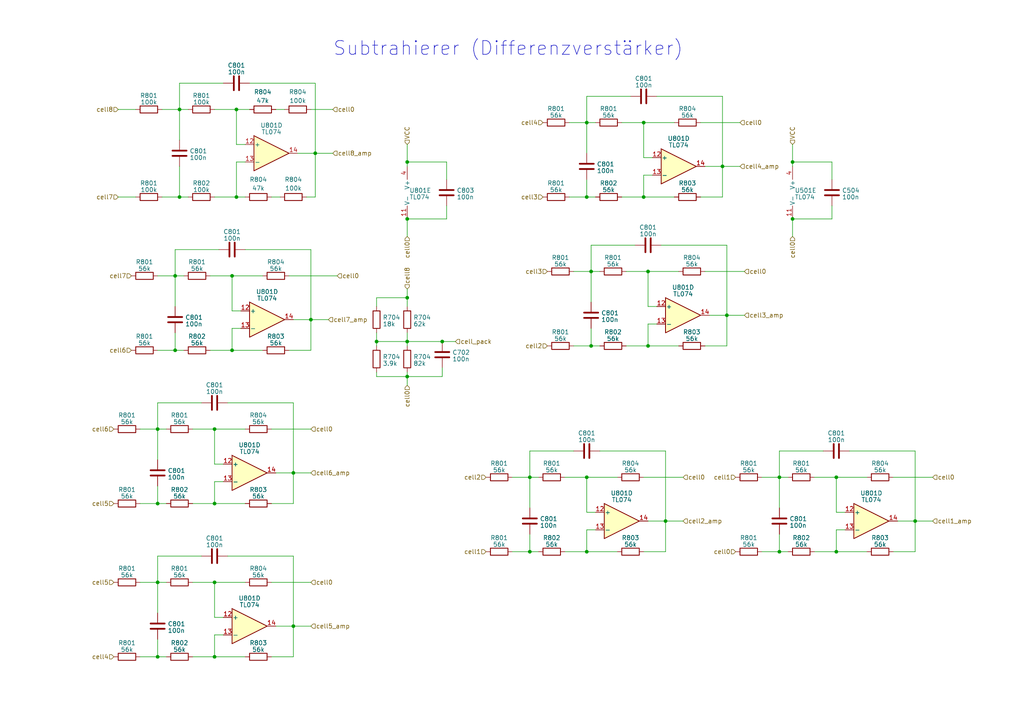
<source format=kicad_sch>
(kicad_sch (version 20230121) (generator eeschema)
  (paper "A4")
  (junction (at 45.72 146.05))
  (junction (at 153.67 160.02))
  (junction (at 153.67 138.43))
  (junction (at 226.06 138.43))
  (junction (at 45.72 168.91))
  (junction (at 45.72 124.46))
  (junction (at 109.22 99.06))
  (junction (at 210.82 91.44))
  (junction (at 118.11 86.36))
  (junction (at 186.69 35.56))
  (junction (at 242.57 138.43))
  (junction (at 85.09 181.61))
  (junction (at 62.23 124.46))
  (junction (at 91.44 44.45))
  (junction (at 67.31 80.01))
  (junction (at 90.17 92.71))
  (junction (at 45.72 190.5))
  (junction (at 226.06 160.02))
  (junction (at 265.43 151.13))
  (junction (at 50.8 101.6))
  (junction (at 170.18 160.02))
  (junction (at 52.07 31.75))
  (junction (at 186.69 57.15))
  (junction (at 52.07 57.15))
  (junction (at 62.23 190.5))
  (junction (at 118.11 46.99))
  (junction (at 187.96 78.74))
  (junction (at 229.87 63.5))
  (junction (at 187.96 100.33))
  (junction (at 193.04 151.13))
  (junction (at 171.45 78.74))
  (junction (at 85.09 137.16))
  (junction (at 242.57 160.02))
  (junction (at 118.11 63.5))
  (junction (at 170.18 138.43))
  (junction (at 171.45 100.33))
  (junction (at 118.11 109.22))
  (junction (at 68.58 57.15))
  (junction (at 67.31 101.6))
  (junction (at 50.8 80.01))
  (junction (at 68.58 31.75))
  (junction (at 170.18 57.15))
  (junction (at 118.11 99.06))
  (junction (at 170.18 35.56))
  (junction (at 209.55 48.26))
  (junction (at 229.87 46.99))
  (junction (at 128.27 99.06))
  (junction (at 62.23 146.05))
  (junction (at 62.23 168.91))
  (wire (pts (xy 67.31 101.6) (xy 76.2 101.6)))
  (wire (pts (xy 193.04 151.13) (xy 198.12 151.13)))
  (wire (pts (xy 50.8 96.52) (xy 50.8 101.6)))
  (wire (pts (xy 171.45 87.63) (xy 171.45 78.74)))
  (wire (pts (xy 45.72 80.01) (xy 50.8 80.01)))
  (wire (pts (xy 50.8 72.39) (xy 50.8 80.01)))
  (wire (pts (xy 50.8 80.01) (xy 53.34 80.01)))
  (wire (pts (xy 109.22 86.36) (xy 118.11 86.36)))
  (wire (pts (xy 184.15 71.12) (xy 171.45 71.12)))
  (wire (pts (xy 78.74 190.5) (xy 85.09 190.5)))
  (wire (pts (xy 170.18 138.43) (xy 170.18 148.59)))
  (wire (pts (xy 203.2 57.15) (xy 209.55 57.15)))
  (wire (pts (xy 181.61 78.74) (xy 187.96 78.74)))
  (wire (pts (xy 90.17 168.91) (xy 78.74 168.91)))
  (wire (pts (xy 85.09 190.5) (xy 85.09 181.61)))
  (wire (pts (xy 46.99 31.75) (xy 52.07 31.75)))
  (wire (pts (xy 220.98 160.02) (xy 226.06 160.02)))
  (wire (pts (xy 153.67 138.43) (xy 156.21 138.43)))
  (wire (pts (xy 52.07 57.15) (xy 54.61 57.15)))
  (wire (pts (xy 148.59 160.02) (xy 153.67 160.02)))
  (wire (pts (xy 186.69 35.56) (xy 195.58 35.56)))
  (wire (pts (xy 50.8 88.9) (xy 50.8 80.01)))
  (wire (pts (xy 191.77 71.12) (xy 210.82 71.12)))
  (wire (pts (xy 118.11 99.06) (xy 118.11 100.33)))
  (wire (pts (xy 171.45 78.74) (xy 173.99 78.74)))
  (wire (pts (xy 209.55 48.26) (xy 214.63 48.26)))
  (wire (pts (xy 83.82 80.01) (xy 97.79 80.01)))
  (wire (pts (xy 163.83 160.02) (xy 170.18 160.02)))
  (wire (pts (xy 242.57 148.59) (xy 245.11 148.59)))
  (wire (pts (xy 55.88 168.91) (xy 62.23 168.91)))
  (wire (pts (xy 46.99 57.15) (xy 52.07 57.15)))
  (wire (pts (xy 58.42 161.29) (xy 45.72 161.29)))
  (wire (pts (xy 83.82 101.6) (xy 90.17 101.6)))
  (wire (pts (xy 170.18 138.43) (xy 179.07 138.43)))
  (wire (pts (xy 66.04 161.29) (xy 85.09 161.29)))
  (wire (pts (xy 50.8 101.6) (xy 53.34 101.6)))
  (wire (pts (xy 182.88 27.94) (xy 170.18 27.94)))
  (wire (pts (xy 85.09 137.16) (xy 80.01 137.16)))
  (wire (pts (xy 45.72 168.91) (xy 48.26 168.91)))
  (wire (pts (xy 186.69 160.02) (xy 193.04 160.02)))
  (wire (pts (xy 91.44 44.45) (xy 86.36 44.45)))
  (wire (pts (xy 229.87 46.99) (xy 229.87 48.26)))
  (wire (pts (xy 62.23 168.91) (xy 71.12 168.91)))
  (wire (pts (xy 241.3 46.99) (xy 229.87 46.99)))
  (wire (pts (xy 265.43 151.13) (xy 270.51 151.13)))
  (wire (pts (xy 226.06 147.32) (xy 226.06 138.43)))
  (wire (pts (xy 90.17 101.6) (xy 90.17 92.71)))
  (wire (pts (xy 265.43 130.81) (xy 265.43 151.13)))
  (wire (pts (xy 45.72 124.46) (xy 48.26 124.46)))
  (wire (pts (xy 259.08 138.43) (xy 270.51 138.43)))
  (wire (pts (xy 172.72 153.67) (xy 170.18 153.67)))
  (wire (pts (xy 62.23 168.91) (xy 62.23 179.07)))
  (wire (pts (xy 62.23 124.46) (xy 71.12 124.46)))
  (wire (pts (xy 85.09 181.61) (xy 80.01 181.61)))
  (wire (pts (xy 85.09 146.05) (xy 85.09 137.16)))
  (wire (pts (xy 129.54 46.99) (xy 118.11 46.99)))
  (wire (pts (xy 210.82 91.44) (xy 215.9 91.44)))
  (wire (pts (xy 209.55 27.94) (xy 209.55 48.26)))
  (wire (pts (xy 118.11 96.52) (xy 118.11 99.06)))
  (wire (pts (xy 109.22 107.95) (xy 109.22 109.22)))
  (wire (pts (xy 45.72 177.8) (xy 45.72 168.91)))
  (wire (pts (xy 62.23 146.05) (xy 71.12 146.05)))
  (wire (pts (xy 214.63 35.56) (xy 203.2 35.56)))
  (wire (pts (xy 229.87 41.91) (xy 229.87 46.99)))
  (wire (pts (xy 55.88 146.05) (xy 62.23 146.05)))
  (wire (pts (xy 186.69 45.72) (xy 189.23 45.72)))
  (wire (pts (xy 215.9 78.74) (xy 204.47 78.74)))
  (wire (pts (xy 62.23 179.07) (xy 64.77 179.07)))
  (wire (pts (xy 96.52 31.75) (xy 90.17 31.75)))
  (wire (pts (xy 68.58 57.15) (xy 71.12 57.15)))
  (wire (pts (xy 187.96 88.9) (xy 190.5 88.9)))
  (wire (pts (xy 118.11 111.76) (xy 118.11 109.22)))
  (wire (pts (xy 242.57 138.43) (xy 242.57 148.59)))
  (wire (pts (xy 85.09 137.16) (xy 90.17 137.16)))
  (wire (pts (xy 34.29 31.75) (xy 39.37 31.75)))
  (wire (pts (xy 88.9 57.15) (xy 91.44 57.15)))
  (wire (pts (xy 153.67 147.32) (xy 153.67 138.43)))
  (wire (pts (xy 236.22 160.02) (xy 242.57 160.02)))
  (wire (pts (xy 58.42 116.84) (xy 45.72 116.84)))
  (wire (pts (xy 128.27 99.06) (xy 132.08 99.06)))
  (wire (pts (xy 170.18 27.94) (xy 170.18 35.56)))
  (wire (pts (xy 67.31 80.01) (xy 67.31 90.17)))
  (wire (pts (xy 165.1 35.56) (xy 170.18 35.56)))
  (wire (pts (xy 67.31 80.01) (xy 76.2 80.01)))
  (wire (pts (xy 45.72 161.29) (xy 45.72 168.91)))
  (wire (pts (xy 71.12 46.99) (xy 68.58 46.99)))
  (wire (pts (xy 170.18 148.59) (xy 172.72 148.59)))
  (wire (pts (xy 62.23 31.75) (xy 68.58 31.75)))
  (wire (pts (xy 170.18 35.56) (xy 172.72 35.56)))
  (wire (pts (xy 166.37 130.81) (xy 153.67 130.81)))
  (wire (pts (xy 68.58 41.91) (xy 71.12 41.91)))
  (wire (pts (xy 45.72 140.97) (xy 45.72 146.05)))
  (wire (pts (xy 68.58 31.75) (xy 68.58 41.91)))
  (wire (pts (xy 91.44 57.15) (xy 91.44 44.45)))
  (wire (pts (xy 241.3 59.69) (xy 241.3 63.5)))
  (wire (pts (xy 78.74 146.05) (xy 85.09 146.05)))
  (wire (pts (xy 171.45 95.25) (xy 171.45 100.33)))
  (wire (pts (xy 166.37 78.74) (xy 171.45 78.74)))
  (wire (pts (xy 62.23 57.15) (xy 68.58 57.15)))
  (wire (pts (xy 45.72 185.42) (xy 45.72 190.5)))
  (wire (pts (xy 34.29 57.15) (xy 39.37 57.15)))
  (wire (pts (xy 186.69 50.8) (xy 186.69 57.15)))
  (wire (pts (xy 62.23 124.46) (xy 62.23 134.62)))
  (wire (pts (xy 64.77 24.13) (xy 52.07 24.13)))
  (wire (pts (xy 220.98 138.43) (xy 226.06 138.43)))
  (wire (pts (xy 118.11 68.58) (xy 118.11 63.5)))
  (wire (pts (xy 40.64 146.05) (xy 45.72 146.05)))
  (wire (pts (xy 52.07 40.64) (xy 52.07 31.75)))
  (wire (pts (xy 153.67 130.81) (xy 153.67 138.43)))
  (wire (pts (xy 63.5 72.39) (xy 50.8 72.39)))
  (wire (pts (xy 40.64 190.5) (xy 45.72 190.5)))
  (wire (pts (xy 118.11 83.82) (xy 118.11 86.36)))
  (wire (pts (xy 238.76 130.81) (xy 226.06 130.81)))
  (wire (pts (xy 91.44 24.13) (xy 91.44 44.45)))
  (wire (pts (xy 67.31 95.25) (xy 67.31 101.6)))
  (wire (pts (xy 67.31 90.17) (xy 69.85 90.17)))
  (wire (pts (xy 193.04 160.02) (xy 193.04 151.13)))
  (wire (pts (xy 62.23 139.7) (xy 62.23 146.05)))
  (wire (pts (xy 52.07 31.75) (xy 54.61 31.75)))
  (wire (pts (xy 90.17 124.46) (xy 78.74 124.46)))
  (wire (pts (xy 181.61 100.33) (xy 187.96 100.33)))
  (wire (pts (xy 242.57 160.02) (xy 251.46 160.02)))
  (wire (pts (xy 45.72 101.6) (xy 50.8 101.6)))
  (wire (pts (xy 226.06 138.43) (xy 228.6 138.43)))
  (wire (pts (xy 170.18 160.02) (xy 179.07 160.02)))
  (wire (pts (xy 90.17 92.71) (xy 95.25 92.71)))
  (wire (pts (xy 128.27 106.68) (xy 128.27 109.22)))
  (wire (pts (xy 260.35 151.13) (xy 265.43 151.13)))
  (wire (pts (xy 170.18 153.67) (xy 170.18 160.02)))
  (wire (pts (xy 60.96 101.6) (xy 67.31 101.6)))
  (wire (pts (xy 109.22 109.22) (xy 118.11 109.22)))
  (wire (pts (xy 171.45 71.12) (xy 171.45 78.74)))
  (wire (pts (xy 109.22 88.9) (xy 109.22 86.36)))
  (wire (pts (xy 170.18 44.45) (xy 170.18 35.56)))
  (wire (pts (xy 78.74 57.15) (xy 81.28 57.15)))
  (wire (pts (xy 68.58 46.99) (xy 68.58 57.15)))
  (wire (pts (xy 209.55 48.26) (xy 204.47 48.26)))
  (wire (pts (xy 246.38 130.81) (xy 265.43 130.81)))
  (wire (pts (xy 91.44 44.45) (xy 96.52 44.45)))
  (wire (pts (xy 118.11 86.36) (xy 118.11 88.9)))
  (wire (pts (xy 166.37 100.33) (xy 171.45 100.33)))
  (wire (pts (xy 193.04 130.81) (xy 193.04 151.13)))
  (wire (pts (xy 242.57 153.67) (xy 242.57 160.02)))
  (wire (pts (xy 193.04 151.13) (xy 187.96 151.13)))
  (wire (pts (xy 153.67 154.94) (xy 153.67 160.02)))
  (wire (pts (xy 62.23 184.15) (xy 62.23 190.5)))
  (wire (pts (xy 68.58 31.75) (xy 72.39 31.75)))
  (wire (pts (xy 259.08 160.02) (xy 265.43 160.02)))
  (wire (pts (xy 236.22 138.43) (xy 242.57 138.43)))
  (wire (pts (xy 210.82 100.33) (xy 210.82 91.44)))
  (wire (pts (xy 69.85 95.25) (xy 67.31 95.25)))
  (wire (pts (xy 52.07 48.26) (xy 52.07 57.15)))
  (wire (pts (xy 118.11 41.91) (xy 118.11 46.99)))
  (wire (pts (xy 60.96 80.01) (xy 67.31 80.01)))
  (wire (pts (xy 128.27 109.22) (xy 118.11 109.22)))
  (wire (pts (xy 85.09 161.29) (xy 85.09 181.61)))
  (wire (pts (xy 72.39 24.13) (xy 91.44 24.13)))
  (wire (pts (xy 210.82 91.44) (xy 205.74 91.44)))
  (wire (pts (xy 71.12 72.39) (xy 90.17 72.39)))
  (wire (pts (xy 118.11 46.99) (xy 118.11 48.26)))
  (wire (pts (xy 80.01 31.75) (xy 82.55 31.75)))
  (wire (pts (xy 180.34 57.15) (xy 186.69 57.15)))
  (wire (pts (xy 198.12 138.43) (xy 186.69 138.43)))
  (wire (pts (xy 62.23 190.5) (xy 71.12 190.5)))
  (wire (pts (xy 187.96 93.98) (xy 187.96 100.33)))
  (wire (pts (xy 171.45 100.33) (xy 173.99 100.33)))
  (wire (pts (xy 229.87 63.5) (xy 241.3 63.5)))
  (wire (pts (xy 189.23 50.8) (xy 186.69 50.8)))
  (wire (pts (xy 85.09 181.61) (xy 90.17 181.61)))
  (wire (pts (xy 187.96 78.74) (xy 187.96 88.9)))
  (wire (pts (xy 90.17 92.71) (xy 85.09 92.71)))
  (wire (pts (xy 209.55 57.15) (xy 209.55 48.26)))
  (wire (pts (xy 52.07 24.13) (xy 52.07 31.75)))
  (wire (pts (xy 190.5 93.98) (xy 187.96 93.98)))
  (wire (pts (xy 45.72 116.84) (xy 45.72 124.46)))
  (wire (pts (xy 118.11 63.5) (xy 129.54 63.5)))
  (wire (pts (xy 148.59 138.43) (xy 153.67 138.43)))
  (wire (pts (xy 163.83 138.43) (xy 170.18 138.43)))
  (wire (pts (xy 186.69 57.15) (xy 195.58 57.15)))
  (wire (pts (xy 55.88 190.5) (xy 62.23 190.5)))
  (wire (pts (xy 129.54 59.69) (xy 129.54 63.5)))
  (wire (pts (xy 170.18 52.07) (xy 170.18 57.15)))
  (wire (pts (xy 226.06 130.81) (xy 226.06 138.43)))
  (wire (pts (xy 40.64 124.46) (xy 45.72 124.46)))
  (wire (pts (xy 204.47 100.33) (xy 210.82 100.33)))
  (wire (pts (xy 64.77 139.7) (xy 62.23 139.7)))
  (wire (pts (xy 170.18 57.15) (xy 172.72 57.15)))
  (wire (pts (xy 190.5 27.94) (xy 209.55 27.94)))
  (wire (pts (xy 64.77 184.15) (xy 62.23 184.15)))
  (wire (pts (xy 165.1 57.15) (xy 170.18 57.15)))
  (wire (pts (xy 45.72 146.05) (xy 48.26 146.05)))
  (wire (pts (xy 90.17 72.39) (xy 90.17 92.71)))
  (wire (pts (xy 129.54 52.07) (xy 129.54 46.99)))
  (wire (pts (xy 118.11 99.06) (xy 128.27 99.06)))
  (wire (pts (xy 187.96 78.74) (xy 196.85 78.74)))
  (wire (pts (xy 118.11 109.22) (xy 118.11 107.95)))
  (wire (pts (xy 109.22 96.52) (xy 109.22 99.06)))
  (wire (pts (xy 226.06 154.94) (xy 226.06 160.02)))
  (wire (pts (xy 173.99 130.81) (xy 193.04 130.81)))
  (wire (pts (xy 210.82 71.12) (xy 210.82 91.44)))
  (wire (pts (xy 109.22 100.33) (xy 109.22 99.06)))
  (wire (pts (xy 265.43 160.02) (xy 265.43 151.13)))
  (wire (pts (xy 109.22 99.06) (xy 118.11 99.06)))
  (wire (pts (xy 45.72 190.5) (xy 48.26 190.5)))
  (wire (pts (xy 85.09 116.84) (xy 85.09 137.16)))
  (wire (pts (xy 242.57 138.43) (xy 251.46 138.43)))
  (wire (pts (xy 229.87 68.58) (xy 229.87 63.5)))
  (wire (pts (xy 187.96 100.33) (xy 196.85 100.33)))
  (wire (pts (xy 40.64 168.91) (xy 45.72 168.91)))
  (wire (pts (xy 45.72 133.35) (xy 45.72 124.46)))
  (wire (pts (xy 153.67 160.02) (xy 156.21 160.02)))
  (wire (pts (xy 226.06 160.02) (xy 228.6 160.02)))
  (wire (pts (xy 241.3 52.07) (xy 241.3 46.99)))
  (wire (pts (xy 66.04 116.84) (xy 85.09 116.84)))
  (wire (pts (xy 55.88 124.46) (xy 62.23 124.46)))
  (wire (pts (xy 62.23 134.62) (xy 64.77 134.62)))
  (wire (pts (xy 245.11 153.67) (xy 242.57 153.67)))
  (wire (pts (xy 186.69 35.56) (xy 186.69 45.72)))
  (wire (pts (xy 180.34 35.56) (xy 186.69 35.56)))
  (text "Subtrahierer (Differenzverstärker)" (at 96.52 16.51 0) (effects (font (size 4 4)) (justify left bottom)))
  (hierarchical_label "cell8" (shape input) (at 118.11 83.82 90) (property "Intersheetrefs" "${INTERSHEET_REFS}" (effects hide)))
  (hierarchical_label "cell1_amp" (shape input) (at 270.51 151.13 0) (property "Intersheetrefs" "${INTERSHEET_REFS}" (effects hide)))
  (hierarchical_label "cell0" (shape input) (at 270.51 138.43 0) (property "Intersheetrefs" "${INTERSHEET_REFS}" (effects hide)))
  (hierarchical_label "cell3" (shape input) (at 157.48 57.15 180) (property "Intersheetrefs" "${INTERSHEET_REFS}" (effects hide)))
  (hierarchical_label "cell2_amp" (shape input) (at 198.12 151.13 0) (property "Intersheetrefs" "${INTERSHEET_REFS}" (effects hide)))
  (hierarchical_label "cell0" (shape input) (at 214.63 35.56 0) (property "Intersheetrefs" "${INTERSHEET_REFS}" (effects hide)))
  (hierarchical_label "cell7_amp" (shape input) (at 95.25 92.71 0) (property "Intersheetrefs" "${INTERSHEET_REFS}" (effects hide)))
  (hierarchical_label "cell6_amp" (shape input) (at 90.17 137.16 0) (property "Intersheetrefs" "${INTERSHEET_REFS}" (effects hide)))
  (hierarchical_label "cell2" (shape input) (at 158.75 100.33 180) (property "Intersheetrefs" "${INTERSHEET_REFS}" (effects hide)))
  (hierarchical_label "cell0" (shape input) (at 118.11 111.76 270) (property "Intersheetrefs" "${INTERSHEET_REFS}" (effects hide)))
  (hierarchical_label "cell1" (shape input) (at 140.97 160.02 180) (property "Intersheetrefs" "${INTERSHEET_REFS}" (effects hide)))
  (hierarchical_label "cell_pack" (shape input) (at 132.08 99.06 0))
  (hierarchical_label "cell7" (shape input) (at 34.29 57.15 180) (property "Intersheetrefs" "${INTERSHEET_REFS}" (effects hide)))
  (hierarchical_label "cell0" (shape input) (at 90.17 168.91 0) (property "Intersheetrefs" "${INTERSHEET_REFS}" (effects hide)))
  (hierarchical_label "cell5_amp" (shape input) (at 90.17 181.61 0) (property "Intersheetrefs" "${INTERSHEET_REFS}" (effects hide)))
  (hierarchical_label "cell5" (shape input) (at 33.02 168.91 180) (property "Intersheetrefs" "${INTERSHEET_REFS}" (effects hide)))
  (hierarchical_label "cell3" (shape input) (at 158.75 78.74 180) (property "Intersheetrefs" "${INTERSHEET_REFS}" (effects hide)))
  (hierarchical_label "cell0" (shape input) (at 97.79 80.01 0) (property "Intersheetrefs" "${INTERSHEET_REFS}" (effects hide)))
  (hierarchical_label "cell0" (shape input) (at 215.9 78.74 0) (property "Intersheetrefs" "${INTERSHEET_REFS}" (effects hide)))
  (hierarchical_label "cell8" (shape input) (at 34.29 31.75 180) (property "Intersheetrefs" "${INTERSHEET_REFS}" (effects hide)))
  (hierarchical_label "cell0" (shape input) (at 213.36 160.02 180) (property "Intersheetrefs" "${INTERSHEET_REFS}" (effects hide)))
  (hierarchical_label "cell4_amp" (shape input) (at 214.63 48.26 0) (property "Intersheetrefs" "${INTERSHEET_REFS}" (effects hide)))
  (hierarchical_label "cell6" (shape input) (at 38.1 101.6 180) (property "Intersheetrefs" "${INTERSHEET_REFS}" (effects hide)))
  (hierarchical_label "VCC" (shape input) (at 229.87 41.91 90) (property "Intersheetrefs" "${INTERSHEET_REFS}" (effects hide)))
  (hierarchical_label "cell0" (shape input) (at 118.11 68.58 270) (property "Intersheetrefs" "${INTERSHEET_REFS}" (effects hide)))
  (hierarchical_label "cell7" (shape input) (at 38.1 80.01 180) (property "Intersheetrefs" "${INTERSHEET_REFS}" (effects hide)))
  (hierarchical_label "cell4" (shape input) (at 157.48 35.56 180) (property "Intersheetrefs" "${INTERSHEET_REFS}" (effects hide)))
  (hierarchical_label "cell1" (shape input) (at 213.36 138.43 180) (property "Intersheetrefs" "${INTERSHEET_REFS}" (effects hide)))
  (hierarchical_label "cell0" (shape input) (at 96.52 31.75 0) (property "Intersheetrefs" "${INTERSHEET_REFS}" (effects hide)))
  (hierarchical_label "cell0" (shape input) (at 229.87 68.58 270) (property "Intersheetrefs" "${INTERSHEET_REFS}" (effects hide)))
  (hierarchical_label "cell5" (shape input) (at 33.02 146.05 180) (property "Intersheetrefs" "${INTERSHEET_REFS}" (effects hide)))
  (hierarchical_label "cell4" (shape input) (at 33.02 190.5 180) (property "Intersheetrefs" "${INTERSHEET_REFS}" (effects hide)))
  (hierarchical_label "cell0" (shape input) (at 90.17 124.46 0) (property "Intersheetrefs" "${INTERSHEET_REFS}" (effects hide)))
  (hierarchical_label "cell2" (shape input) (at 140.97 138.43 180) (property "Intersheetrefs" "${INTERSHEET_REFS}" (effects hide)))
  (hierarchical_label "cell6" (shape input) (at 33.02 124.46 180) (property "Intersheetrefs" "${INTERSHEET_REFS}" (effects hide)))
  (hierarchical_label "cell3_amp" (shape input) (at 215.9 91.44 0) (property "Intersheetrefs" "${INTERSHEET_REFS}" (effects hide)))
  (hierarchical_label "cell0" (shape input) (at 198.12 138.43 0) (property "Intersheetrefs" "${INTERSHEET_REFS}" (effects hide)))
  (hierarchical_label "VCC" (shape input) (at 118.11 41.91 90) (property "Intersheetrefs" "${INTERSHEET_REFS}" (effects hide)))
  (hierarchical_label "cell8_amp" (shape input) (at 96.52 44.45 0) (property "Intersheetrefs" "${INTERSHEET_REFS}" (effects hide)))
  (symbol (lib_id "Amplifier_Operational:TL074") (at 78.74 44.45 0) (unit 4)
    (property "Reference" "U801" (at 78.74 36.3601 0))
    (property "Value" "TL074" (at 78.74 38.2811 0))
    (property "Footprint" "Package_SO:SO-14_5.3x10.2mm_P1.27mm" (effects hide))
    (property "Datasheet" "http://www.ti.com/lit/ds/symlink/tl071.pdf" (effects hide))
    (instances (project "level shifter" (path "" (reference "U801") (unit 4))) (project "main" (path "" (reference "U801") (unit 4)) (path "" (reference "U101") (unit 1))) (project "hw_voltmod" (path "" (reference "U4") (unit 4))))
  )
  (symbol (lib_id "Device:C") (at 45.72 181.61 180) (unit 1)
    (property "Reference" "C801" (at 48.641 180.9663 0) (effects (justify right)))
    (property "Value" "100n" (at 48.641 182.8873 0) (effects (justify right)))
    (property "Footprint" "Capacitor_SMD:C_0603_1608Metric_Pad1.08x0.95mm_HandSolder" (effects hide))
    (instances (project "level shifter" (path "" (reference "C801") (unit 1))) (project "main" (path "" (reference "C801") (unit 1)) (path "" (reference "C110") (unit 1))) (project "hw_voltmod" (path "" (reference "C2") (unit 1))))
  )
  (symbol (lib_id "Device:C") (at 153.67 151.13 180) (unit 1)
    (property "Reference" "C801" (at 156.591 150.4863 0) (effects (justify right)))
    (property "Value" "100n" (at 156.591 152.4073 0) (effects (justify right)))
    (property "Footprint" "Capacitor_SMD:C_0603_1608Metric_Pad1.08x0.95mm_HandSolder" (effects hide))
    (instances (project "level shifter" (path "" (reference "C801") (unit 1))) (project "main" (path "" (reference "C801") (unit 1)) (path "" (reference "C115") (unit 1))) (project "hw_voltmod" (path "" (reference "C11") (unit 1))))
  )
  (symbol (lib_id "Device:R") (at 80.01 80.01 270) (unit 1)
    (property "Reference" "R804" (at 80.01 75.9841 90))
    (property "Value" "56k" (at 80.01 77.9051 90))
    (property "Footprint" "Resistor_SMD:R_0603_1608Metric_Pad0.98x0.95mm_HandSolder" (effects hide))
    (instances (project "level shifter" (path "" (reference "R804") (unit 1))) (project "main" (path "" (reference "R804") (unit 1)) (path "" (reference "R111") (unit 1))) (project "hw_voltmod" (path "" (reference "R22") (unit 1))))
  )
  (symbol (lib_id "Device:R") (at 200.66 78.74 270) (unit 1)
    (property "Reference" "R804" (at 200.66 74.7141 90))
    (property "Value" "56k" (at 200.66 76.6351 90))
    (property "Footprint" "Resistor_SMD:R_0603_1608Metric_Pad0.98x0.95mm_HandSolder" (effects hide))
    (instances (project "level shifter" (path "" (reference "R804") (unit 1))) (project "main" (path "" (reference "R804") (unit 1)) (path "" (reference "R125") (unit 1))) (project "hw_voltmod" (path "" (reference "R46") (unit 1))))
  )
  (symbol (lib_id "Device:C") (at 62.23 161.29 270) (unit 1)
    (property "Reference" "C801" (at 62.23 156.1211 90))
    (property "Value" "100n" (at 62.23 158.0421 90))
    (property "Footprint" "Capacitor_SMD:C_0603_1608Metric_Pad1.08x0.95mm_HandSolder" (effects hide))
    (instances (project "level shifter" (path "" (reference "C801") (unit 1))) (project "main" (path "" (reference "C801") (unit 1)) (path "" (reference "C109") (unit 1))) (project "hw_voltmod" (path "" (reference "C6") (unit 1))))
  )
  (symbol (lib_id "Device:C") (at 62.23 116.84 270) (unit 1)
    (property "Reference" "C801" (at 62.23 111.6711 90))
    (property "Value" "100n" (at 62.23 113.5921 90))
    (property "Footprint" "Capacitor_SMD:C_0603_1608Metric_Pad1.08x0.95mm_HandSolder" (effects hide))
    (instances (project "level shifter" (path "" (reference "C801") (unit 1))) (project "main" (path "" (reference "C801") (unit 1)) (path "" (reference "C107") (unit 1))) (project "hw_voltmod" (path "" (reference "C5") (unit 1))))
  )
  (symbol (lib_id "Device:C") (at 170.18 48.26 180) (unit 1)
    (property "Reference" "C801" (at 173.101 47.6163 0) (effects (justify right)))
    (property "Value" "100n" (at 173.101 49.5373 0) (effects (justify right)))
    (property "Footprint" "Capacitor_SMD:C_0603_1608Metric_Pad1.08x0.95mm_HandSolder" (effects hide))
    (instances (project "level shifter" (path "" (reference "C801") (unit 1))) (project "main" (path "" (reference "C801") (unit 1)) (path "" (reference "C111") (unit 1))) (project "hw_voltmod" (path "" (reference "C12") (unit 1))))
  )
  (symbol (lib_id "Device:R") (at 52.07 146.05 90) (unit 1)
    (property "Reference" "R802" (at 52.07 142.0241 90))
    (property "Value" "56k" (at 52.07 143.9451 90))
    (property "Footprint" "Resistor_SMD:R_0603_1608Metric_Pad0.98x0.95mm_HandSolder" (effects hide))
    (instances (project "level shifter" (path "" (reference "R802") (unit 1))) (project "main" (path "" (reference "R802") (unit 1)) (path "" (reference "R142") (unit 1))) (project "hw_voltmod" (path "" (reference "R10") (unit 1))))
  )
  (symbol (lib_id "Device:R") (at 41.91 101.6 90) (unit 1)
    (property "Reference" "R801" (at 41.91 97.5741 90))
    (property "Value" "56k" (at 41.91 99.4951 90))
    (property "Footprint" "Resistor_SMD:R_0603_1608Metric_Pad0.98x0.95mm_HandSolder" (effects hide))
    (instances (project "level shifter" (path "" (reference "R801") (unit 1))) (project "main" (path "" (reference "R801") (unit 1)) (path "" (reference "R112") (unit 1))) (project "hw_voltmod" (path "" (reference "R6") (unit 1))))
  )
  (symbol (lib_id "Device:R") (at 58.42 57.15 90) (unit 1)
    (property "Reference" "R802" (at 58.42 53.1241 90))
    (property "Value" "100k" (at 58.42 55.0451 90))
    (property "Footprint" "Resistor_SMD:R_0603_1608Metric_Pad0.98x0.95mm_HandSolder" (effects hide))
    (instances (project "level shifter" (path "" (reference "R802") (unit 1))) (project "main" (path "" (reference "R802") (unit 1)) (path "" (reference "R107") (unit 1))) (project "hw_voltmod" (path "" (reference "R16") (unit 1))))
  )
  (symbol (lib_id "Device:R") (at 36.83 168.91 90) (unit 1)
    (property "Reference" "R801" (at 36.83 164.8841 90))
    (property "Value" "56k" (at 36.83 166.8051 90))
    (property "Footprint" "Resistor_SMD:R_0603_1608Metric_Pad0.98x0.95mm_HandSolder" (effects hide))
    (instances (project "level shifter" (path "" (reference "R801") (unit 1))) (project "main" (path "" (reference "R801") (unit 1)) (path "" (reference "R117") (unit 1))) (project "hw_voltmod" (path "" (reference "R3") (unit 1))))
  )
  (symbol (lib_id "Device:R") (at 36.83 146.05 90) (unit 1)
    (property "Reference" "R801" (at 36.83 142.0241 90))
    (property "Value" "56k" (at 36.83 143.9451 90))
    (property "Footprint" "Resistor_SMD:R_0603_1608Metric_Pad0.98x0.95mm_HandSolder" (effects hide))
    (instances (project "level shifter" (path "" (reference "R801") (unit 1))) (project "main" (path "" (reference "R801") (unit 1)) (path "" (reference "R116") (unit 1))) (project "hw_voltmod" (path "" (reference "R2") (unit 1))))
  )
  (symbol (lib_id "Device:R") (at 199.39 35.56 270) (unit 1)
    (property "Reference" "R804" (at 199.39 31.5341 90))
    (property "Value" "56k" (at 199.39 33.4551 90))
    (property "Footprint" "Resistor_SMD:R_0603_1608Metric_Pad0.98x0.95mm_HandSolder" (effects hide))
    (instances (project "level shifter" (path "" (reference "R804") (unit 1))) (project "main" (path "" (reference "R804") (unit 1)) (path "" (reference "R103") (unit 1))) (project "hw_voltmod" (path "" (reference "R44") (unit 1))))
  )
  (symbol (lib_id "Device:R") (at 36.83 190.5 90) (unit 1)
    (property "Reference" "R801" (at 36.83 186.4741 90))
    (property "Value" "56k" (at 36.83 188.3951 90))
    (property "Footprint" "Resistor_SMD:R_0603_1608Metric_Pad0.98x0.95mm_HandSolder" (effects hide))
    (instances (project "level shifter" (path "" (reference "R801") (unit 1))) (project "main" (path "" (reference "R801") (unit 1)) (path "" (reference "R120") (unit 1))) (project "hw_voltmod" (path "" (reference "R4") (unit 1))))
  )
  (symbol (lib_id "Device:R") (at 199.39 57.15 90) (unit 1)
    (property "Reference" "R803" (at 199.39 53.1241 90))
    (property "Value" "56k" (at 199.39 55.0451 90))
    (property "Footprint" "Resistor_SMD:R_0603_1608Metric_Pad0.98x0.95mm_HandSolder" (effects hide))
    (instances (project "level shifter" (path "" (reference "R803") (unit 1))) (project "main" (path "" (reference "R803") (unit 1)) (path "" (reference "R122") (unit 1))) (project "hw_voltmod" (path "" (reference "R45") (unit 1))))
  )
  (symbol (lib_id "Device:C") (at 242.57 130.81 270) (unit 1)
    (property "Reference" "C801" (at 242.57 125.6411 90))
    (property "Value" "100n" (at 242.57 127.5621 90))
    (property "Footprint" "Capacitor_SMD:C_0603_1608Metric_Pad1.08x0.95mm_HandSolder" (effects hide))
    (instances (project "level shifter" (path "" (reference "C801") (unit 1))) (project "main" (path "" (reference "C801") (unit 1)) (path "" (reference "C116") (unit 1))) (project "hw_voltmod" (path "" (reference "C19") (unit 1))))
  )
  (symbol (lib_id "Device:R") (at 255.27 160.02 90) (unit 1)
    (property "Reference" "R803" (at 255.27 155.9941 90))
    (property "Value" "56k" (at 255.27 157.9151 90))
    (property "Footprint" "Resistor_SMD:R_0603_1608Metric_Pad0.98x0.95mm_HandSolder" (effects hide))
    (instances (project "level shifter" (path "" (reference "R803") (unit 1))) (project "main" (path "" (reference "R803") (unit 1)) (path "" (reference "R153") (unit 1))) (project "hw_voltmod" (path "" (reference "R53") (unit 1))))
  )
  (symbol (lib_id "Device:R") (at 118.11 104.14 0) (unit 1)
    (property "Reference" "R704" (at 119.888 103.4963 0) (effects (justify left)))
    (property "Value" "82k" (at 119.888 105.4173 0) (effects (justify left)))
    (property "Footprint" "Resistor_SMD:R_0603_1608Metric_Pad0.98x0.95mm_HandSolder" (effects hide))
    (instances (project "level shifter" (path "" (reference "R704") (unit 1))) (project "main" (path "" (reference "R704") (unit 1)) (path "" (reference "R133") (unit 1))) (project "hw_voltmod" (path "" (reference "R29") (unit 1))))
  )
  (symbol (lib_id "Device:R") (at 144.78 160.02 90) (unit 1)
    (property "Reference" "R801" (at 144.78 155.9941 90))
    (property "Value" "56k" (at 144.78 157.9151 90))
    (property "Footprint" "Resistor_SMD:R_0603_1608Metric_Pad0.98x0.95mm_HandSolder" (effects hide))
    (instances (project "level shifter" (path "" (reference "R801") (unit 1))) (project "main" (path "" (reference "R801") (unit 1)) (path "" (reference "R149") (unit 1))) (project "hw_voltmod" (path "" (reference "R31") (unit 1))))
  )
  (symbol (lib_id "Device:C") (at 52.07 44.45 180) (unit 1)
    (property "Reference" "C801" (at 54.991 43.8063 0) (effects (justify right)))
    (property "Value" "100n" (at 54.991 45.7273 0) (effects (justify right)))
    (property "Footprint" "Capacitor_SMD:C_0603_1608Metric_Pad1.08x0.95mm_HandSolder" (effects hide))
    (instances (project "level shifter" (path "" (reference "C801") (unit 1))) (project "main" (path "" (reference "C801") (unit 1)) (path "" (reference "C103") (unit 1))) (project "hw_voltmod" (path "" (reference "C4") (unit 1))))
  )
  (symbol (lib_id "Device:R") (at 74.93 190.5 90) (unit 1)
    (property "Reference" "R803" (at 74.93 186.4741 90))
    (property "Value" "56k" (at 74.93 188.3951 90))
    (property "Footprint" "Resistor_SMD:R_0603_1608Metric_Pad0.98x0.95mm_HandSolder" (effects hide))
    (instances (project "level shifter" (path "" (reference "R803") (unit 1))) (project "main" (path "" (reference "R803") (unit 1)) (path "" (reference "R145") (unit 1))) (project "hw_voltmod" (path "" (reference "R20") (unit 1))))
  )
  (symbol (lib_id "Device:R") (at 200.66 100.33 90) (unit 1)
    (property "Reference" "R803" (at 200.66 96.3041 90))
    (property "Value" "56k" (at 200.66 98.2251 90))
    (property "Footprint" "Resistor_SMD:R_0603_1608Metric_Pad0.98x0.95mm_HandSolder" (effects hide))
    (instances (project "level shifter" (path "" (reference "R803") (unit 1))) (project "main" (path "" (reference "R803") (unit 1)) (path "" (reference "R130") (unit 1))) (project "hw_voltmod" (path "" (reference "R47") (unit 1))))
  )
  (symbol (lib_id "Device:R") (at 177.8 100.33 90) (unit 1)
    (property "Reference" "R802" (at 177.8 96.3041 90))
    (property "Value" "56k" (at 177.8 98.2251 90))
    (property "Footprint" "Resistor_SMD:R_0603_1608Metric_Pad0.98x0.95mm_HandSolder" (effects hide))
    (instances (project "level shifter" (path "" (reference "R802") (unit 1))) (project "main" (path "" (reference "R802") (unit 1)) (path "" (reference "R129") (unit 1))) (project "hw_voltmod" (path "" (reference "R41") (unit 1))))
  )
  (symbol (lib_id "Device:R") (at 176.53 57.15 90) (unit 1)
    (property "Reference" "R802" (at 176.53 53.1241 90))
    (property "Value" "56k" (at 176.53 55.0451 90))
    (property "Footprint" "Resistor_SMD:R_0603_1608Metric_Pad0.98x0.95mm_HandSolder" (effects hide))
    (instances (project "level shifter" (path "" (reference "R802") (unit 1))) (project "main" (path "" (reference "R802") (unit 1)) (path "" (reference "R121") (unit 1))) (project "hw_voltmod" (path "" (reference "R39") (unit 1))))
  )
  (symbol (lib_id "Device:R") (at 160.02 138.43 90) (unit 1)
    (property "Reference" "R801" (at 160.02 134.4041 90))
    (property "Value" "56k" (at 160.02 136.3251 90))
    (property "Footprint" "Resistor_SMD:R_0603_1608Metric_Pad0.98x0.95mm_HandSolder" (effects hide))
    (instances (project "level shifter" (path "" (reference "R801") (unit 1))) (project "main" (path "" (reference "R801") (unit 1)) (path "" (reference "R147") (unit 1))) (project "hw_voltmod" (path "" (reference "R32") (unit 1))))
  )
  (symbol (lib_id "Device:R") (at 182.88 138.43 270) (unit 1)
    (property "Reference" "R804" (at 182.88 134.4041 90))
    (property "Value" "56k" (at 182.88 136.3251 90))
    (property "Footprint" "Resistor_SMD:R_0603_1608Metric_Pad0.98x0.95mm_HandSolder" (effects hide))
    (instances (project "level shifter" (path "" (reference "R804") (unit 1))) (project "main" (path "" (reference "R804") (unit 1)) (path "" (reference "R148") (unit 1))) (project "hw_voltmod" (path "" (reference "R42") (unit 1))))
  )
  (symbol (lib_id "Device:R") (at 162.56 78.74 90) (unit 1)
    (property "Reference" "R801" (at 162.56 74.7141 90))
    (property "Value" "56k" (at 162.56 76.6351 90))
    (property "Footprint" "Resistor_SMD:R_0603_1608Metric_Pad0.98x0.95mm_HandSolder" (effects hide))
    (instances (project "level shifter" (path "" (reference "R801") (unit 1))) (project "main" (path "" (reference "R801") (unit 1)) (path "" (reference "R123") (unit 1))) (project "hw_voltmod" (path "" (reference "R36") (unit 1))))
  )
  (symbol (lib_id "Device:R") (at 182.88 160.02 90) (unit 1)
    (property "Reference" "R803" (at 182.88 155.9941 90))
    (property "Value" "56k" (at 182.88 157.9151 90))
    (property "Footprint" "Resistor_SMD:R_0603_1608Metric_Pad0.98x0.95mm_HandSolder" (effects hide))
    (instances (project "level shifter" (path "" (reference "R803") (unit 1))) (project "main" (path "" (reference "R803") (unit 1)) (path "" (reference "R151") (unit 1))) (project "hw_voltmod" (path "" (reference "R43") (unit 1))))
  )
  (symbol (lib_id "Amplifier_Operational:TL074") (at 77.47 92.71 0) (unit 4)
    (property "Reference" "U801" (at 77.47 84.6201 0))
    (property "Value" "TL074" (at 77.47 86.5411 0))
    (property "Footprint" "Package_SO:SO-14_5.3x10.2mm_P1.27mm" (effects hide))
    (property "Datasheet" "http://www.ti.com/lit/ds/symlink/tl071.pdf" (effects hide))
    (instances (project "level shifter" (path "" (reference "U801") (unit 4))) (project "main" (path "" (reference "U801") (unit 4)) (path "" (reference "U101") (unit 2))) (project "hw_voltmod" (path "" (reference "U4") (unit 4))))
  )
  (symbol (lib_id "Device:R") (at 57.15 80.01 90) (unit 1)
    (property "Reference" "R801" (at 57.15 75.9841 90))
    (property "Value" "56k" (at 57.15 77.9051 90))
    (property "Footprint" "Resistor_SMD:R_0603_1608Metric_Pad0.98x0.95mm_HandSolder" (effects hide))
    (instances (project "level shifter" (path "" (reference "R801") (unit 1))) (project "main" (path "" (reference "R801") (unit 1)) (path "" (reference "R110") (unit 1))) (project "hw_voltmod" (path "" (reference "R13") (unit 1))))
  )
  (symbol (lib_id "Device:R") (at 52.07 168.91 90) (unit 1)
    (property "Reference" "R801" (at 52.07 164.8841 90))
    (property "Value" "56k" (at 52.07 166.8051 90))
    (property "Footprint" "Resistor_SMD:R_0603_1608Metric_Pad0.98x0.95mm_HandSolder" (effects hide))
    (instances (project "level shifter" (path "" (reference "R801") (unit 1))) (project "main" (path "" (reference "R801") (unit 1)) (path "" (reference "R118") (unit 1))) (project "hw_voltmod" (path "" (reference "R11") (unit 1))))
  )
  (symbol (lib_id "Amplifier_Operational:TL074") (at 180.34 151.13 0) (unit 4)
    (property "Reference" "U801" (at 180.34 143.0401 0))
    (property "Value" "TL074" (at 180.34 144.9611 0))
    (property "Footprint" "Package_SO:SO-14_5.3x10.2mm_P1.27mm" (effects hide))
    (property "Datasheet" "http://www.ti.com/lit/ds/symlink/tl071.pdf" (effects hide))
    (instances (project "level shifter" (path "" (reference "U801") (unit 4))) (project "main" (path "" (reference "U801") (unit 4)) (path "" (reference "U102") (unit 3))) (project "hw_voltmod" (path "" (reference "U5") (unit 4))))
  )
  (symbol (lib_id "Amplifier_Operational:TL074") (at 198.12 91.44 0) (unit 4)
    (property "Reference" "U801" (at 198.12 83.3501 0))
    (property "Value" "TL074" (at 198.12 85.2711 0))
    (property "Footprint" "Package_SO:SO-14_5.3x10.2mm_P1.27mm" (effects hide))
    (property "Datasheet" "http://www.ti.com/lit/ds/symlink/tl071.pdf" (effects hide))
    (instances (project "level shifter" (path "" (reference "U801") (unit 4))) (project "main" (path "" (reference "U801") (unit 4)) (path "" (reference "U102") (unit 2))) (project "hw_voltmod" (path "" (reference "U6") (unit 4))))
  )
  (symbol (lib_id "Device:R") (at 74.93 124.46 270) (unit 1)
    (property "Reference" "R804" (at 74.93 120.4341 90))
    (property "Value" "56k" (at 74.93 122.3551 90))
    (property "Footprint" "Resistor_SMD:R_0603_1608Metric_Pad0.98x0.95mm_HandSolder" (effects hide))
    (instances (project "level shifter" (path "" (reference "R804") (unit 1))) (project "main" (path "" (reference "R804") (unit 1)) (path "" (reference "R115") (unit 1))) (project "hw_voltmod" (path "" (reference "R17") (unit 1))))
  )
  (symbol (lib_id "Device:R") (at 118.11 92.71 0) (unit 1)
    (property "Reference" "R704" (at 119.888 92.0663 0) (effects (justify left)))
    (property "Value" "62k" (at 119.888 93.9873 0) (effects (justify left)))
    (property "Footprint" "Resistor_SMD:R_0603_1608Metric_Pad0.98x0.95mm_HandSolder" (effects hide))
    (instances (project "level shifter" (path "" (reference "R704") (unit 1))) (project "main" (path "" (reference "R704") (unit 1)) (path "" (reference "R134") (unit 1))) (project "hw_voltmod" (path "" (reference "R28") (unit 1))))
  )
  (symbol (lib_id "Device:C") (at 170.18 130.81 270) (unit 1)
    (property "Reference" "C801" (at 170.18 125.6411 90))
    (property "Value" "100n" (at 170.18 127.5621 90))
    (property "Footprint" "Capacitor_SMD:C_0603_1608Metric_Pad1.08x0.95mm_HandSolder" (effects hide))
    (instances (project "level shifter" (path "" (reference "C801") (unit 1))) (project "main" (path "" (reference "C801") (unit 1)) (path "" (reference "C114") (unit 1))) (project "hw_voltmod" (path "" (reference "C13") (unit 1))))
  )
  (symbol (lib_id "Device:R") (at 57.15 101.6 90) (unit 1)
    (property "Reference" "R802" (at 57.15 97.5741 90))
    (property "Value" "56k" (at 57.15 99.4951 90))
    (property "Footprint" "Resistor_SMD:R_0603_1608Metric_Pad0.98x0.95mm_HandSolder" (effects hide))
    (instances (project "level shifter" (path "" (reference "R802") (unit 1))) (project "main" (path "" (reference "R802") (unit 1)) (path "" (reference "R140") (unit 1))) (project "hw_voltmod" (path "" (reference "R14") (unit 1))))
  )
  (symbol (lib_id "Device:C") (at 67.31 72.39 270) (unit 1)
    (property "Reference" "C801" (at 67.31 67.2211 90))
    (property "Value" "100n" (at 67.31 69.1421 90))
    (property "Footprint" "Capacitor_SMD:C_0603_1608Metric_Pad1.08x0.95mm_HandSolder" (effects hide))
    (instances (project "level shifter" (path "" (reference "C801") (unit 1))) (project "main" (path "" (reference "C801") (unit 1)) (path "" (reference "C106") (unit 1))) (project "hw_voltmod" (path "" (reference "C7") (unit 1))))
  )
  (symbol (lib_id "Device:R") (at 74.93 57.15 270) (unit 1)
    (property "Reference" "R804" (at 74.93 52.07 90))
    (property "Value" "47k" (at 74.93 54.61 90))
    (property "Footprint" "Resistor_SMD:R_0603_1608Metric_Pad0.98x0.95mm_HandSolder" (effects hide))
    (instances (project "level shifter" (path "" (reference "R804") (unit 1))) (project "main" (path "" (reference "R804") (unit 1)) (path "" (reference "R106") (unit 1))) (project "hw_voltmod" (path "" (reference "R21") (unit 1))))
  )
  (symbol (lib_id "Device:C") (at 50.8 92.71 180) (unit 1)
    (property "Reference" "C801" (at 53.721 92.0663 0) (effects (justify right)))
    (property "Value" "100n" (at 53.721 93.9873 0) (effects (justify right)))
    (property "Footprint" "Capacitor_SMD:C_0603_1608Metric_Pad1.08x0.95mm_HandSolder" (effects hide))
    (instances (project "level shifter" (path "" (reference "C801") (unit 1))) (project "main" (path "" (reference "C801") (unit 1)) (path "" (reference "C122") (unit 1))) (project "hw_voltmod" (path "" (reference "C3") (unit 1))))
  )
  (symbol (lib_id "Device:R") (at 76.2 31.75 270) (unit 1)
    (property "Reference" "R804" (at 76.2 26.67 90))
    (property "Value" "47k" (at 76.2 29.21 90))
    (property "Footprint" "Resistor_SMD:R_0603_1608Metric_Pad0.98x0.95mm_HandSolder" (effects hide))
    (instances (project "level shifter" (path "" (reference "R804") (unit 1))) (project "main" (path "" (reference "R804") (unit 1)) (path "" (reference "R106") (unit 1))) (project "hw_voltmod" (path "" (reference "R55") (unit 1))))
  )
  (symbol (lib_id "Device:R") (at 86.36 31.75 270) (unit 1)
    (property "Reference" "R804" (at 86.36 26.67 90))
    (property "Value" "100k" (at 86.36 29.21 90))
    (property "Footprint" "Resistor_SMD:R_0603_1608Metric_Pad0.98x0.95mm_HandSolder" (effects hide))
    (instances (project "level shifter" (path "" (reference "R804") (unit 1))) (project "main" (path "" (reference "R804") (unit 1)) (path "" (reference "R106") (unit 1))) (project "hw_voltmod" (path "" (reference "R24") (unit 1))))
  )
  (symbol (lib_id "Amplifier_Operational:TL074") (at 72.39 181.61 0) (unit 4)
    (property "Reference" "U801" (at 72.39 173.5201 0))
    (property "Value" "TL074" (at 72.39 175.4411 0))
    (property "Footprint" "Package_SO:SO-14_5.3x10.2mm_P1.27mm" (effects hide))
    (property "Datasheet" "http://www.ti.com/lit/ds/symlink/tl071.pdf" (effects hide))
    (instances (project "level shifter" (path "" (reference "U801") (unit 4))) (project "main" (path "" (reference "U801") (unit 4)) (path "" (reference "U101") (unit 4))) (project "hw_voltmod" (path "" (reference "U3") (unit 4))))
  )
  (symbol (lib_id "Device:R") (at 217.17 138.43 90) (unit 1)
    (property "Reference" "R801" (at 217.17 134.4041 90))
    (property "Value" "56k" (at 217.17 136.3251 90))
    (property "Footprint" "Resistor_SMD:R_0603_1608Metric_Pad0.98x0.95mm_HandSolder" (effects hide))
    (instances (project "level shifter" (path "" (reference "R801") (unit 1))) (project "main" (path "" (reference "R801") (unit 1)) (path "" (reference "R127") (unit 1))) (project "hw_voltmod" (path "" (reference "R48") (unit 1))))
  )
  (symbol (lib_id "Device:R") (at 52.07 124.46 90) (unit 1)
    (property "Reference" "R801" (at 52.07 120.4341 90))
    (property "Value" "56k" (at 52.07 122.3551 90))
    (property "Footprint" "Resistor_SMD:R_0603_1608Metric_Pad0.98x0.95mm_HandSolder" (effects hide))
    (instances (project "level shifter" (path "" (reference "R801") (unit 1))) (project "main" (path "" (reference "R801") (unit 1)) (path "" (reference "R114") (unit 1))) (project "hw_voltmod" (path "" (reference "R9") (unit 1))))
  )
  (symbol (lib_id "Device:R") (at 176.53 35.56 90) (unit 1)
    (property "Reference" "R801" (at 176.53 31.5341 90))
    (property "Value" "56k" (at 176.53 33.4551 90))
    (property "Footprint" "Resistor_SMD:R_0603_1608Metric_Pad0.98x0.95mm_HandSolder" (effects hide))
    (instances (project "level shifter" (path "" (reference "R801") (unit 1))) (project "main" (path "" (reference "R801") (unit 1)) (path "" (reference "R102") (unit 1))) (project "hw_voltmod" (path "" (reference "R38") (unit 1))))
  )
  (symbol (lib_id "Device:C") (at 186.69 27.94 270) (unit 1)
    (property "Reference" "C801" (at 186.69 22.7711 90))
    (property "Value" "100n" (at 186.69 24.6921 90))
    (property "Footprint" "Capacitor_SMD:C_0603_1608Metric_Pad1.08x0.95mm_HandSolder" (effects hide))
    (instances (project "level shifter" (path "" (reference "C801") (unit 1))) (project "main" (path "" (reference "C801") (unit 1)) (path "" (reference "C101") (unit 1))) (project "hw_voltmod" (path "" (reference "C15") (unit 1))))
  )
  (symbol (lib_id "Amplifier_Operational:TL074") (at 252.73 151.13 0) (unit 4)
    (property "Reference" "U801" (at 252.73 143.0401 0))
    (property "Value" "TL074" (at 252.73 144.9611 0))
    (property "Footprint" "Package_SO:SO-14_5.3x10.2mm_P1.27mm" (effects hide))
    (property "Datasheet" "http://www.ti.com/lit/ds/symlink/tl071.pdf" (effects hide))
    (instances (project "level shifter" (path "" (reference "U801") (unit 4))) (project "main" (path "" (reference "U801") (unit 4)) (path "" (reference "U102") (unit 4))) (project "hw_voltmod" (path "" (reference "U7") (unit 4))))
  )
  (symbol (lib_id "Device:R") (at 144.78 138.43 90) (unit 1)
    (property "Reference" "R801" (at 144.78 134.4041 90))
    (property "Value" "56k" (at 144.78 136.3251 90))
    (property "Footprint" "Resistor_SMD:R_0603_1608Metric_Pad0.98x0.95mm_HandSolder" (effects hide))
    (instances (project "level shifter" (path "" (reference "R801") (unit 1))) (project "main" (path "" (reference "R801") (unit 1)) (path "" (reference "R146") (unit 1))) (project "hw_voltmod" (path "" (reference "R30") (unit 1))))
  )
  (symbol (lib_id "Device:R") (at 177.8 78.74 90) (unit 1)
    (property "Reference" "R801" (at 177.8 74.7141 90))
    (property "Value" "56k" (at 177.8 76.6351 90))
    (property "Footprint" "Resistor_SMD:R_0603_1608Metric_Pad0.98x0.95mm_HandSolder" (effects hide))
    (instances (project "level shifter" (path "" (reference "R801") (unit 1))) (project "main" (path "" (reference "R801") (unit 1)) (path "" (reference "R124") (unit 1))) (project "hw_voltmod" (path "" (reference "R40") (unit 1))))
  )
  (symbol (lib_id "Device:C") (at 45.72 137.16 180) (unit 1)
    (property "Reference" "C801" (at 48.641 136.5163 0) (effects (justify right)))
    (property "Value" "100n" (at 48.641 138.4373 0) (effects (justify right)))
    (property "Footprint" "Capacitor_SMD:C_0603_1608Metric_Pad1.08x0.95mm_HandSolder" (effects hide))
    (instances (project "level shifter" (path "" (reference "C801") (unit 1))) (project "main" (path "" (reference "C801") (unit 1)) (path "" (reference "C108") (unit 1))) (project "hw_voltmod" (path "" (reference "C1") (unit 1))))
  )
  (symbol (lib_id "Device:R") (at 43.18 31.75 90) (unit 1)
    (property "Reference" "R801" (at 43.18 27.7241 90))
    (property "Value" "100k" (at 43.18 29.6451 90))
    (property "Footprint" "Resistor_SMD:R_0603_1608Metric_Pad0.98x0.95mm_HandSolder" (effects hide))
    (instances (project "level shifter" (path "" (reference "R801") (unit 1))) (project "main" (path "" (reference "R801") (unit 1)) (path "" (reference "R138") (unit 1))) (project "hw_voltmod" (path "" (reference "R7") (unit 1))))
  )
  (symbol (lib_id "Device:C") (at 241.3 55.88 180) (unit 1)
    (property "Reference" "C504" (at 244.221 55.2363 0) (effects (justify right)))
    (property "Value" "100n" (at 244.221 57.1573 0) (effects (justify right)))
    (property "Footprint" "Capacitor_SMD:C_0603_1608Metric_Pad1.08x0.95mm_HandSolder" (effects hide))
    (instances (project "level shifter" (path "" (reference "C504") (unit 1))) (project "main" (path "" (reference "C504") (unit 1)) (path "" (reference "C102") (unit 1))) (project "hw_voltmod" (path "" (reference "C18") (unit 1))))
  )
  (symbol (lib_id "Amplifier_Operational:TL074") (at 232.41 55.88 0) (unit 5)
    (property "Reference" "U501" (at 230.505 55.2363 0) (effects (justify left)))
    (property "Value" "TL074" (at 230.505 57.1573 0) (effects (justify left)))
    (property "Footprint" "Package_SO:SO-14_5.3x10.2mm_P1.27mm" (effects hide))
    (property "Datasheet" "http://www.ti.com/lit/ds/symlink/tl071.pdf" (effects hide))
    (instances (project "level shifter" (path "" (reference "U501") (unit 5))) (project "main" (path "" (reference "U501") (unit 5)) (path "" (reference "U102") (unit 5))) (project "hw_voltmod" (path "" (reference "U2") (unit 5))))
  )
  (symbol (lib_id "Device:R") (at 232.41 138.43 90) (unit 1)
    (property "Reference" "R801" (at 232.41 134.4041 90))
    (property "Value" "56k" (at 232.41 136.3251 90))
    (property "Footprint" "Resistor_SMD:R_0603_1608Metric_Pad0.98x0.95mm_HandSolder" (effects hide))
    (instances (project "level shifter" (path "" (reference "R801") (unit 1))) (project "main" (path "" (reference "R801") (unit 1)) (path "" (reference "R128") (unit 1))) (project "hw_voltmod" (path "" (reference "R50") (unit 1))))
  )
  (symbol (lib_id "Device:R") (at 58.42 31.75 90) (unit 1)
    (property "Reference" "R801" (at 58.42 27.7241 90))
    (property "Value" "100k" (at 58.42 29.6451 90))
    (property "Footprint" "Resistor_SMD:R_0603_1608Metric_Pad0.98x0.95mm_HandSolder" (effects hide))
    (instances (project "level shifter" (path "" (reference "R801") (unit 1))) (project "main" (path "" (reference "R801") (unit 1)) (path "" (reference "R105") (unit 1))) (project "hw_voltmod" (path "" (reference "R15") (unit 1))))
  )
  (symbol (lib_id "Device:R") (at 36.83 124.46 90) (unit 1)
    (property "Reference" "R801" (at 36.83 120.4341 90))
    (property "Value" "56k" (at 36.83 122.3551 90))
    (property "Footprint" "Resistor_SMD:R_0603_1608Metric_Pad0.98x0.95mm_HandSolder" (effects hide))
    (instances (project "level shifter" (path "" (reference "R801") (unit 1))) (project "main" (path "" (reference "R801") (unit 1)) (path "" (reference "R113") (unit 1))) (project "hw_voltmod" (path "" (reference "R1") (unit 1))))
  )
  (symbol (lib_id "Device:R") (at 41.91 80.01 90) (unit 1)
    (property "Reference" "R801" (at 41.91 75.9841 90))
    (property "Value" "56k" (at 41.91 77.9051 90))
    (property "Footprint" "Resistor_SMD:R_0603_1608Metric_Pad0.98x0.95mm_HandSolder" (effects hide))
    (instances (project "level shifter" (path "" (reference "R801") (unit 1))) (project "main" (path "" (reference "R801") (unit 1)) (path "" (reference "R109") (unit 1))) (project "hw_voltmod" (path "" (reference "R5") (unit 1))))
  )
  (symbol (lib_id "Device:R") (at 109.22 92.71 0) (unit 1)
    (property "Reference" "R704" (at 110.998 92.0663 0) (effects (justify left)))
    (property "Value" "18k" (at 110.998 93.9873 0) (effects (justify left)))
    (property "Footprint" "Resistor_SMD:R_0603_1608Metric_Pad0.98x0.95mm_HandSolder" (effects hide))
    (instances (project "level shifter" (path "" (reference "R704") (unit 1))) (project "main" (path "" (reference "R704") (unit 1)) (path "" (reference "R136") (unit 1))) (project "hw_voltmod" (path "" (reference "R26") (unit 1))))
  )
  (symbol (lib_id "Device:R") (at 162.56 100.33 90) (unit 1)
    (property "Reference" "R801" (at 162.56 96.3041 90))
    (property "Value" "56k" (at 162.56 98.2251 90))
    (property "Footprint" "Resistor_SMD:R_0603_1608Metric_Pad0.98x0.95mm_HandSolder" (effects hide))
    (instances (project "level shifter" (path "" (reference "R801") (unit 1))) (project "main" (path "" (reference "R801") (unit 1)) (path "" (reference "R126") (unit 1))) (project "hw_voltmod" (path "" (reference "R37") (unit 1))))
  )
  (symbol (lib_id "Device:C") (at 68.58 24.13 270) (unit 1)
    (property "Reference" "C801" (at 68.58 18.9611 90))
    (property "Value" "100n" (at 68.58 20.8821 90))
    (property "Footprint" "Capacitor_SMD:C_0603_1608Metric_Pad1.08x0.95mm_HandSolder" (effects hide))
    (instances (project "level shifter" (path "" (reference "C801") (unit 1))) (project "main" (path "" (reference "C801") (unit 1)) (path "" (reference "C105") (unit 1))) (project "hw_voltmod" (path "" (reference "C8") (unit 1))))
  )
  (symbol (lib_id "Device:R") (at 74.93 146.05 90) (unit 1)
    (property "Reference" "R803" (at 74.93 142.0241 90))
    (property "Value" "56k" (at 74.93 143.9451 90))
    (property "Footprint" "Resistor_SMD:R_0603_1608Metric_Pad0.98x0.95mm_HandSolder" (effects hide))
    (instances (project "level shifter" (path "" (reference "R803") (unit 1))) (project "main" (path "" (reference "R803") (unit 1)) (path "" (reference "R143") (unit 1))) (project "hw_voltmod" (path "" (reference "R18") (unit 1))))
  )
  (symbol (lib_id "Device:R") (at 232.41 160.02 90) (unit 1)
    (property "Reference" "R802" (at 232.41 155.9941 90))
    (property "Value" "56k" (at 232.41 157.9151 90))
    (property "Footprint" "Resistor_SMD:R_0603_1608Metric_Pad0.98x0.95mm_HandSolder" (effects hide))
    (instances (project "level shifter" (path "" (reference "R802") (unit 1))) (project "main" (path "" (reference "R802") (unit 1)) (path "" (reference "R152") (unit 1))) (project "hw_voltmod" (path "" (reference "R51") (unit 1))))
  )
  (symbol (lib_id "Device:R") (at 161.29 35.56 90) (unit 1)
    (property "Reference" "R801" (at 161.29 31.5341 90))
    (property "Value" "56k" (at 161.29 33.4551 90))
    (property "Footprint" "Resistor_SMD:R_0603_1608Metric_Pad0.98x0.95mm_HandSolder" (effects hide))
    (instances (project "level shifter" (path "" (reference "R801") (unit 1))) (project "main" (path "" (reference "R801") (unit 1)) (path "" (reference "R101") (unit 1))) (project "hw_voltmod" (path "" (reference "R34") (unit 1))))
  )
  (symbol (lib_id "Device:C") (at 226.06 151.13 180) (unit 1)
    (property "Reference" "C801" (at 228.981 150.4863 0) (effects (justify right)))
    (property "Value" "100n" (at 228.981 152.4073 0) (effects (justify right)))
    (property "Footprint" "Capacitor_SMD:C_0603_1608Metric_Pad1.08x0.95mm_HandSolder" (effects hide))
    (instances (project "level shifter" (path "" (reference "C801") (unit 1))) (project "main" (path "" (reference "C801") (unit 1)) (path "" (reference "C117") (unit 1))) (project "hw_voltmod" (path "" (reference "C17") (unit 1))))
  )
  (symbol (lib_id "Amplifier_Operational:TL074") (at 72.39 137.16 0) (unit 4)
    (property "Reference" "U801" (at 72.39 129.0701 0))
    (property "Value" "TL074" (at 72.39 130.9911 0))
    (property "Footprint" "Package_SO:SO-14_5.3x10.2mm_P1.27mm" (effects hide))
    (property "Datasheet" "http://www.ti.com/lit/ds/symlink/tl071.pdf" (effects hide))
    (instances (project "level shifter" (path "" (reference "U801") (unit 4))) (project "main" (path "" (reference "U801") (unit 4)) (path "" (reference "U101") (unit 3))) (project "hw_voltmod" (path "" (reference "U2") (unit 4))))
  )
  (symbol (lib_id "Device:R") (at 85.09 57.15 270) (unit 1)
    (property "Reference" "R804" (at 85.09 52.07 90))
    (property "Value" "100k" (at 85.09 54.61 90))
    (property "Footprint" "Resistor_SMD:R_0603_1608Metric_Pad0.98x0.95mm_HandSolder" (effects hide))
    (instances (project "level shifter" (path "" (reference "R804") (unit 1))) (project "main" (path "" (reference "R804") (unit 1)) (path "" (reference "R106") (unit 1))) (project "hw_voltmod" (path "" (reference "R25") (unit 1))))
  )
  (symbol (lib_id "Device:C") (at 171.45 91.44 180) (unit 1)
    (property "Reference" "C801" (at 174.371 90.7963 0) (effects (justify right)))
    (property "Value" "100n" (at 174.371 92.7173 0) (effects (justify right)))
    (property "Footprint" "Capacitor_SMD:C_0603_1608Metric_Pad1.08x0.95mm_HandSolder" (effects hide))
    (instances (project "level shifter" (path "" (reference "C801") (unit 1))) (project "main" (path "" (reference "C801") (unit 1)) (path "" (reference "C113") (unit 1))) (project "hw_voltmod" (path "" (reference "C14") (unit 1))))
  )
  (symbol (lib_id "Device:R") (at 74.93 168.91 270) (unit 1)
    (property "Reference" "R804" (at 74.93 164.8841 90))
    (property "Value" "56k" (at 74.93 166.8051 90))
    (property "Footprint" "Resistor_SMD:R_0603_1608Metric_Pad0.98x0.95mm_HandSolder" (effects hide))
    (instances (project "level shifter" (path "" (reference "R804") (unit 1))) (project "main" (path "" (reference "R804") (unit 1)) (path "" (reference "R119") (unit 1))) (project "hw_voltmod" (path "" (reference "R19") (unit 1))))
  )
  (symbol (lib_id "Device:R") (at 109.22 104.14 0) (unit 1)
    (property "Reference" "R704" (at 110.998 103.4963 0) (effects (justify left)))
    (property "Value" "3.9k" (at 110.998 105.4173 0) (effects (justify left)))
    (property "Footprint" "Resistor_SMD:R_0603_1608Metric_Pad0.98x0.95mm_HandSolder" (effects hide))
    (instances (project "level shifter" (path "" (reference "R704") (unit 1))) (project "main" (path "" (reference "R704") (unit 1)) (path "" (reference "R135") (unit 1))) (project "hw_voltmod" (path "" (reference "R27") (unit 1))))
  )
  (symbol (lib_id "Device:R") (at 43.18 57.15 90) (unit 1)
    (property "Reference" "R801" (at 43.18 53.1241 90))
    (property "Value" "100k" (at 43.18 55.0451 90))
    (property "Footprint" "Resistor_SMD:R_0603_1608Metric_Pad0.98x0.95mm_HandSolder" (effects hide))
    (instances (project "level shifter" (path "" (reference "R801") (unit 1))) (project "main" (path "" (reference "R801") (unit 1)) (path "" (reference "R139") (unit 1))) (project "hw_voltmod" (path "" (reference "R8") (unit 1))))
  )
  (symbol (lib_id "Device:C") (at 128.27 102.87 180) (unit 1)
    (property "Reference" "C702" (at 131.191 102.2263 0) (effects (justify right)))
    (property "Value" "100n" (at 131.191 104.1473 0) (effects (justify right)))
    (property "Footprint" "Capacitor_SMD:C_0603_1608Metric_Pad1.08x0.95mm_HandSolder" (effects hide))
    (instances (project "level shifter" (path "" (reference "C702") (unit 1))) (project "main" (path "" (reference "C702") (unit 1)) (path "" (reference "C119") (unit 1))) (project "hw_voltmod" (path "" (reference "C9") (unit 1))))
  )
  (symbol (lib_id "Device:R") (at 217.17 160.02 90) (unit 1)
    (property "Reference" "R801" (at 217.17 155.9941 90))
    (property "Value" "56k" (at 217.17 157.9151 90))
    (property "Footprint" "Resistor_SMD:R_0603_1608Metric_Pad0.98x0.95mm_HandSolder" (effects hide))
    (instances (project "level shifter" (path "" (reference "R801") (unit 1))) (project "main" (path "" (reference "R801") (unit 1)) (path "" (reference "R132") (unit 1))) (project "hw_voltmod" (path "" (reference "R49") (unit 1))))
  )
  (symbol (lib_id "Device:R") (at 52.07 190.5 90) (unit 1)
    (property "Reference" "R802" (at 52.07 186.4741 90))
    (property "Value" "56k" (at 52.07 188.3951 90))
    (property "Footprint" "Resistor_SMD:R_0603_1608Metric_Pad0.98x0.95mm_HandSolder" (effects hide))
    (instances (project "level shifter" (path "" (reference "R802") (unit 1))) (project "main" (path "" (reference "R802") (unit 1)) (path "" (reference "R144") (unit 1))) (project "hw_voltmod" (path "" (reference "R12") (unit 1))))
  )
  (symbol (lib_id "Amplifier_Operational:TL074") (at 196.85 48.26 0) (unit 4)
    (property "Reference" "U801" (at 196.85 40.1701 0))
    (property "Value" "TL074" (at 196.85 42.0911 0))
    (property "Footprint" "Package_SO:SO-14_5.3x10.2mm_P1.27mm" (effects hide))
    (property "Datasheet" "http://www.ti.com/lit/ds/symlink/tl071.pdf" (effects hide))
    (instances (project "level shifter" (path "" (reference "U801") (unit 4))) (project "main" (path "" (reference "U801") (unit 4)) (path "" (reference "U102") (unit 1))) (project "hw_voltmod" (path "" (reference "U6") (unit 4))))
  )
  (symbol (lib_id "Device:C") (at 187.96 71.12 270) (unit 1)
    (property "Reference" "C801" (at 187.96 65.9511 90))
    (property "Value" "100n" (at 187.96 67.8721 90))
    (property "Footprint" "Capacitor_SMD:C_0603_1608Metric_Pad1.08x0.95mm_HandSolder" (effects hide))
    (instances (project "level shifter" (path "" (reference "C801") (unit 1))) (project "main" (path "" (reference "C801") (unit 1)) (path "" (reference "C112") (unit 1))) (project "hw_voltmod" (path "" (reference "C16") (unit 1))))
  )
  (symbol (lib_id "Device:R") (at 160.02 160.02 90) (unit 1)
    (property "Reference" "R802" (at 160.02 155.9941 90))
    (property "Value" "56k" (at 160.02 157.9151 90))
    (property "Footprint" "Resistor_SMD:R_0603_1608Metric_Pad0.98x0.95mm_HandSolder" (effects hide))
    (instances (project "level shifter" (path "" (reference "R802") (unit 1))) (project "main" (path "" (reference "R802") (unit 1)) (path "" (reference "R150") (unit 1))) (project "hw_voltmod" (path "" (reference "R33") (unit 1))))
  )
  (symbol (lib_id "Device:R") (at 255.27 138.43 270) (unit 1)
    (property "Reference" "R804" (at 255.27 134.4041 90))
    (property "Value" "56k" (at 255.27 136.3251 90))
    (property "Footprint" "Resistor_SMD:R_0603_1608Metric_Pad0.98x0.95mm_HandSolder" (effects hide))
    (instances (project "level shifter" (path "" (reference "R804") (unit 1))) (project "main" (path "" (reference "R804") (unit 1)) (path "" (reference "R131") (unit 1))) (project "hw_voltmod" (path "" (reference "R52") (unit 1))))
  )
  (symbol (lib_id "Amplifier_Operational:TL074") (at 120.65 55.88 0) (unit 5)
    (property "Reference" "U801" (at 118.745 55.2363 0) (effects (justify left)))
    (property "Value" "TL074" (at 118.745 57.1573 0) (effects (justify left)))
    (property "Footprint" "Package_SO:SO-14_5.3x10.2mm_P1.27mm" (effects hide))
    (property "Datasheet" "http://www.ti.com/lit/ds/symlink/tl071.pdf" (effects hide))
    (instances (project "level shifter" (path "" (reference "U801") (unit 5))) (project "main" (path "" (reference "U801") (unit 5)) (path "" (reference "U101") (unit 5))) (project "hw_voltmod" (path "" (reference "U4") (unit 5))))
  )
  (symbol (lib_id "Device:C") (at 129.54 55.88 180) (unit 1)
    (property "Reference" "C803" (at 132.461 55.2363 0) (effects (justify right)))
    (property "Value" "100n" (at 132.461 57.1573 0) (effects (justify right)))
    (property "Footprint" "Capacitor_SMD:C_0603_1608Metric_Pad1.08x0.95mm_HandSolder" (effects hide))
    (instances (project "level shifter" (path "" (reference "C803") (unit 1))) (project "main" (path "" (reference "C803") (unit 1)) (path "" (reference "C104") (unit 1))) (project "hw_voltmod" (path "" (reference "C10") (unit 1))))
  )
  (symbol (lib_id "Device:R") (at 161.29 57.15 90) (unit 1)
    (property "Reference" "R801" (at 161.29 53.1241 90))
    (property "Value" "56k" (at 161.29 55.0451 90))
    (property "Footprint" "Resistor_SMD:R_0603_1608Metric_Pad0.98x0.95mm_HandSolder" (effects hide))
    (instances (project "level shifter" (path "" (reference "R801") (unit 1))) (project "main" (path "" (reference "R801") (unit 1)) (path "" (reference "R104") (unit 1))) (project "hw_voltmod" (path "" (reference "R35") (unit 1))))
  )
  (symbol (lib_id "Device:R") (at 80.01 101.6 90) (unit 1)
    (property "Reference" "R803" (at 80.01 97.5741 90))
    (property "Value" "56k" (at 80.01 99.4951 90))
    (property "Footprint" "Resistor_SMD:R_0603_1608Metric_Pad0.98x0.95mm_HandSolder" (effects hide))
    (instances (project "level shifter" (path "" (reference "R803") (unit 1))) (project "main" (path "" (reference "R803") (unit 1)) (path "" (reference "R141") (unit 1))) (project "hw_voltmod" (path "" (reference "R23") (unit 1))))
  )
)
</source>
